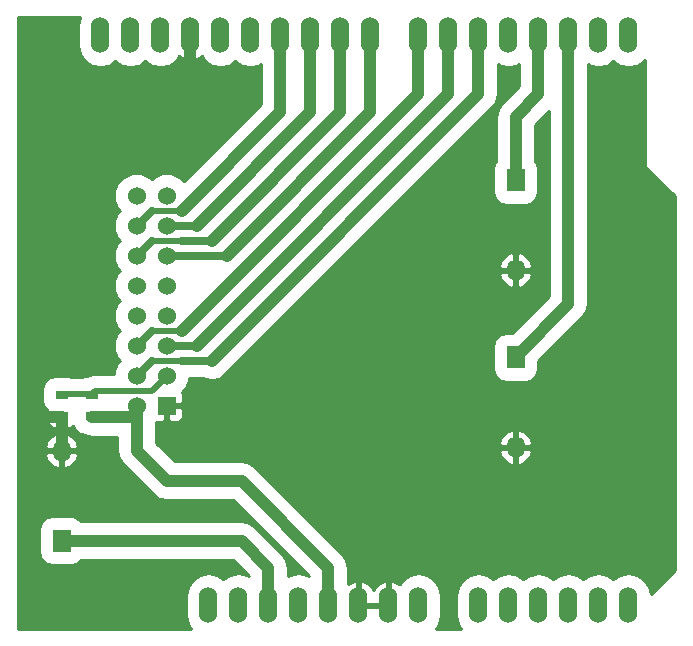
<source format=gbr>
G04 #@! TF.FileFunction,Copper,L1,Top,Signal*
%FSLAX46Y46*%
G04 Gerber Fmt 4.6, Leading zero omitted, Abs format (unit mm)*
G04 Created by KiCad (PCBNEW 0.201506012317+5694~23~ubuntu14.04.1-product) date Tue 02 Jun 2015 11:16:12 PM EEST*
%MOMM*%
G01*
G04 APERTURE LIST*
%ADD10C,0.100000*%
%ADD11O,1.524000X3.048000*%
%ADD12R,1.524000X1.524000*%
%ADD13C,1.524000*%
%ADD14R,1.000000X0.800000*%
%ADD15R,1.524000X1.824000*%
%ADD16O,1.524000X1.824000*%
%ADD17C,1.000000*%
%ADD18C,0.700000*%
%ADD19C,0.500000*%
%ADD20C,0.254000*%
G04 APERTURE END LIST*
D10*
D11*
X175000000Y-102000000D03*
X177540000Y-102000000D03*
X180080000Y-102000000D03*
X182620000Y-102000000D03*
X185160000Y-102000000D03*
X187700000Y-102000000D03*
X190240000Y-102000000D03*
X192780000Y-102000000D03*
X197860000Y-102000000D03*
X200400000Y-102000000D03*
X202940000Y-102000000D03*
X205480000Y-102000000D03*
X208020000Y-102000000D03*
X210560000Y-102000000D03*
X210560000Y-53740000D03*
X208020000Y-53740000D03*
X205480000Y-53740000D03*
X202940000Y-53740000D03*
X200400000Y-53740000D03*
X197860000Y-53740000D03*
X195320000Y-53740000D03*
X192780000Y-53740000D03*
X188716000Y-53740000D03*
X186176000Y-53740000D03*
X183636000Y-53740000D03*
X181096000Y-53740000D03*
X178556000Y-53740000D03*
X176016000Y-53740000D03*
X173476000Y-53740000D03*
X170936000Y-53740000D03*
X168396000Y-53740000D03*
X165856000Y-53740000D03*
D12*
X171450000Y-85090000D03*
D13*
X168910000Y-85090000D03*
X171450000Y-82550000D03*
X168910000Y-82550000D03*
X171450000Y-80010000D03*
X168910000Y-80010000D03*
X171450000Y-77470000D03*
X168910000Y-77470000D03*
X171450000Y-74930000D03*
X168910000Y-74930000D03*
X171450000Y-72390000D03*
X168910000Y-72390000D03*
X171450000Y-69850000D03*
X168910000Y-69850000D03*
X171450000Y-67310000D03*
X168910000Y-67310000D03*
D14*
X165100000Y-85990000D03*
X165100000Y-84190000D03*
X162560000Y-84190000D03*
X162560000Y-85990000D03*
D15*
X162560000Y-96520000D03*
D16*
X162560000Y-88900000D03*
D15*
X201000000Y-81000000D03*
D16*
X201000000Y-88620000D03*
D15*
X201000000Y-66000000D03*
D16*
X201000000Y-73620000D03*
D17*
X173476000Y-53740000D02*
X173476000Y-57664000D01*
X161020000Y-86090000D02*
X162560000Y-86090000D01*
X160020000Y-85090000D02*
X161020000Y-86090000D01*
X160020000Y-71120000D02*
X160020000Y-85090000D01*
X173476000Y-57664000D02*
X160020000Y-71120000D01*
X162560000Y-88900000D02*
X162560000Y-86090000D01*
D18*
X175260000Y-81280000D02*
X172720000Y-81280000D01*
D19*
X170180000Y-81280000D02*
X172720000Y-81280000D01*
D17*
X175260000Y-81280000D02*
X197860000Y-58680000D01*
X197860000Y-53740000D02*
X197860000Y-58680000D01*
D18*
X170180000Y-81280000D02*
X168910000Y-82550000D01*
X171450000Y-80010000D02*
X173990000Y-80010000D01*
D17*
X173990000Y-80010000D02*
X195320000Y-58680000D01*
X195320000Y-58680000D02*
X195320000Y-53740000D01*
D18*
X168910000Y-80010000D02*
X170180000Y-78740000D01*
D17*
X192780000Y-58680000D02*
X192780000Y-53740000D01*
X172720000Y-78740000D02*
X192780000Y-58680000D01*
D19*
X170180000Y-78740000D02*
X172720000Y-78740000D01*
D18*
X171450000Y-72390000D02*
X176530000Y-72390000D01*
D17*
X188716000Y-60204000D02*
X188716000Y-53740000D01*
X176530000Y-72390000D02*
X188716000Y-60204000D01*
D18*
X175260000Y-71120000D02*
X172720000Y-71120000D01*
D19*
X170180000Y-71120000D02*
X172720000Y-71120000D01*
D17*
X175260000Y-71120000D02*
X186176000Y-60204000D01*
X186176000Y-53740000D02*
X186176000Y-60204000D01*
D18*
X170180000Y-71120000D02*
X168910000Y-72390000D01*
X171450000Y-69850000D02*
X173990000Y-69850000D01*
D17*
X173990000Y-69850000D02*
X183636000Y-60204000D01*
X183636000Y-60204000D02*
X183636000Y-53740000D01*
D18*
X168910000Y-69850000D02*
X170180000Y-68580000D01*
D17*
X181096000Y-60204000D02*
X181096000Y-53740000D01*
X172720000Y-68580000D02*
X181096000Y-60204000D01*
D19*
X170180000Y-68580000D02*
X172720000Y-68580000D01*
D17*
X165100000Y-86090000D02*
X168910000Y-86090000D01*
X168910000Y-86090000D02*
X168910000Y-86360000D01*
X185160000Y-102000000D02*
X185160000Y-98800000D01*
X168910000Y-88900000D02*
X168910000Y-86360000D01*
X168910000Y-86360000D02*
X168910000Y-85090000D01*
X171450000Y-91440000D02*
X168910000Y-88900000D01*
X177800000Y-91440000D02*
X171450000Y-91440000D01*
X185160000Y-98800000D02*
X177800000Y-91440000D01*
X162560000Y-96520000D02*
X177800000Y-96520000D01*
X180080000Y-98800000D02*
X180080000Y-102000000D01*
X177800000Y-96520000D02*
X180080000Y-98800000D01*
X201000000Y-81000000D02*
X201000000Y-80940000D01*
X201000000Y-80940000D02*
X205480000Y-76460000D01*
X205480000Y-76460000D02*
X205480000Y-53740000D01*
X201000000Y-66000000D02*
X201000000Y-60620000D01*
X202940000Y-58680000D02*
X202940000Y-53740000D01*
X201000000Y-60620000D02*
X202940000Y-58680000D01*
D19*
X171450000Y-82550000D02*
X170180000Y-83820000D01*
X170180000Y-83820000D02*
X165370000Y-83820000D01*
X165370000Y-83820000D02*
X165100000Y-84090000D01*
X162560000Y-84090000D02*
X165100000Y-84090000D01*
D20*
G36*
X183517000Y-99538005D02*
X183349012Y-99425759D01*
X182620000Y-99280750D01*
X181890988Y-99425759D01*
X181723000Y-99538005D01*
X181723000Y-98800000D01*
X181597934Y-98171251D01*
X181241776Y-97638224D01*
X178961776Y-95358224D01*
X178428749Y-95002066D01*
X177800000Y-94877000D01*
X164208932Y-94877000D01*
X164151212Y-94789131D01*
X163944429Y-94649550D01*
X163944429Y-89245985D01*
X163944429Y-88554015D01*
X163764045Y-88039135D01*
X163400356Y-87632478D01*
X162908731Y-87395954D01*
X162903070Y-87395780D01*
X162687000Y-87518280D01*
X162687000Y-88773000D01*
X163799293Y-88773000D01*
X163944429Y-88554015D01*
X163944429Y-89245985D01*
X163799293Y-89027000D01*
X162687000Y-89027000D01*
X162687000Y-90281720D01*
X162903070Y-90404220D01*
X162908731Y-90404046D01*
X163400356Y-90167522D01*
X163764045Y-89760865D01*
X163944429Y-89245985D01*
X163944429Y-94649550D01*
X163771353Y-94532722D01*
X163322000Y-94442607D01*
X162433000Y-94442607D01*
X162433000Y-90281720D01*
X162433000Y-89027000D01*
X162433000Y-88773000D01*
X162433000Y-87518280D01*
X162433000Y-86866250D01*
X162433000Y-86117000D01*
X161583750Y-86117000D01*
X161425000Y-86275750D01*
X161425000Y-86516309D01*
X161521673Y-86749698D01*
X161700301Y-86928327D01*
X161933690Y-87025000D01*
X162186309Y-87025000D01*
X162274250Y-87025000D01*
X162433000Y-86866250D01*
X162433000Y-87518280D01*
X162216930Y-87395780D01*
X162211269Y-87395954D01*
X161719644Y-87632478D01*
X161355955Y-88039135D01*
X161175571Y-88554015D01*
X161320707Y-88773000D01*
X162433000Y-88773000D01*
X162433000Y-89027000D01*
X161320707Y-89027000D01*
X161175571Y-89245985D01*
X161355955Y-89760865D01*
X161719644Y-90167522D01*
X162211269Y-90404046D01*
X162216930Y-90404220D01*
X162433000Y-90281720D01*
X162433000Y-94442607D01*
X161798000Y-94442607D01*
X161362178Y-94527167D01*
X160979131Y-94778788D01*
X160722722Y-95158647D01*
X160632607Y-95608000D01*
X160632607Y-97432000D01*
X160717167Y-97867822D01*
X160968788Y-98250869D01*
X161348647Y-98507278D01*
X161798000Y-98597393D01*
X163322000Y-98597393D01*
X163757822Y-98512833D01*
X164140869Y-98261212D01*
X164207163Y-98163000D01*
X177119448Y-98163000D01*
X178437000Y-99480552D01*
X178437000Y-99538005D01*
X178269012Y-99425759D01*
X177540000Y-99280750D01*
X176810988Y-99425759D01*
X176270000Y-99787236D01*
X175729012Y-99425759D01*
X175000000Y-99280750D01*
X174270988Y-99425759D01*
X173652962Y-99838712D01*
X173240009Y-100456738D01*
X173095000Y-101185750D01*
X173095000Y-102814250D01*
X173240009Y-103543262D01*
X173553878Y-104013000D01*
X158877000Y-104013000D01*
X158877000Y-52197000D01*
X164095956Y-52197000D01*
X163951000Y-52925750D01*
X163951000Y-54554250D01*
X164096009Y-55283262D01*
X164508962Y-55901288D01*
X165126988Y-56314241D01*
X165856000Y-56459250D01*
X166585012Y-56314241D01*
X167126000Y-55952763D01*
X167666988Y-56314241D01*
X168396000Y-56459250D01*
X169125012Y-56314241D01*
X169666000Y-55952763D01*
X170206988Y-56314241D01*
X170936000Y-56459250D01*
X171665012Y-56314241D01*
X172283038Y-55901288D01*
X172534175Y-55525435D01*
X172577974Y-55579630D01*
X173058723Y-55841260D01*
X173132930Y-55856220D01*
X173349000Y-55733720D01*
X173349000Y-53867000D01*
X173329000Y-53867000D01*
X173329000Y-53613000D01*
X173349000Y-53613000D01*
X173349000Y-53593000D01*
X173603000Y-53593000D01*
X173603000Y-53613000D01*
X173623000Y-53613000D01*
X173623000Y-53867000D01*
X173603000Y-53867000D01*
X173603000Y-55733720D01*
X173819070Y-55856220D01*
X173893277Y-55841260D01*
X174374026Y-55579630D01*
X174417824Y-55525435D01*
X174668962Y-55901288D01*
X175286988Y-56314241D01*
X176016000Y-56459250D01*
X176745012Y-56314241D01*
X177286000Y-55952763D01*
X177826988Y-56314241D01*
X178556000Y-56459250D01*
X179285012Y-56314241D01*
X179453000Y-56201994D01*
X179453000Y-59523447D01*
X172905168Y-66071279D01*
X172530505Y-65695961D01*
X171830590Y-65405332D01*
X171072735Y-65404670D01*
X170372314Y-65694078D01*
X170180134Y-65885922D01*
X169990505Y-65695961D01*
X169290590Y-65405332D01*
X168532735Y-65404670D01*
X167832314Y-65694078D01*
X167295961Y-66229495D01*
X167005332Y-66929410D01*
X167004670Y-67687265D01*
X167294078Y-68387686D01*
X167485922Y-68579865D01*
X167295961Y-68769495D01*
X167005332Y-69469410D01*
X167004670Y-70227265D01*
X167294078Y-70927686D01*
X167485922Y-71119865D01*
X167295961Y-71309495D01*
X167005332Y-72009410D01*
X167004670Y-72767265D01*
X167294078Y-73467686D01*
X167485922Y-73659865D01*
X167295961Y-73849495D01*
X167005332Y-74549410D01*
X167004670Y-75307265D01*
X167294078Y-76007686D01*
X167485922Y-76199865D01*
X167295961Y-76389495D01*
X167005332Y-77089410D01*
X167004670Y-77847265D01*
X167294078Y-78547686D01*
X167485922Y-78739865D01*
X167295961Y-78929495D01*
X167005332Y-79629410D01*
X167004670Y-80387265D01*
X167294078Y-81087686D01*
X167485922Y-81279865D01*
X167295961Y-81469495D01*
X167005332Y-82169410D01*
X167005106Y-82427000D01*
X165370005Y-82427000D01*
X165370000Y-82426999D01*
X164836922Y-82533036D01*
X164699876Y-82624607D01*
X164600000Y-82624607D01*
X164226886Y-82697000D01*
X163420983Y-82697000D01*
X163060000Y-82624607D01*
X162060000Y-82624607D01*
X161624178Y-82709167D01*
X161241131Y-82960788D01*
X160984722Y-83340647D01*
X160894607Y-83790000D01*
X160894607Y-84590000D01*
X160979167Y-85025822D01*
X161230788Y-85408869D01*
X161425000Y-85539964D01*
X161425000Y-85704250D01*
X161583750Y-85863000D01*
X162433000Y-85863000D01*
X162433000Y-85843000D01*
X162687000Y-85843000D01*
X162687000Y-85863000D01*
X162707000Y-85863000D01*
X162707000Y-86117000D01*
X162687000Y-86117000D01*
X162687000Y-86866250D01*
X162845750Y-87025000D01*
X162933691Y-87025000D01*
X163186310Y-87025000D01*
X163419699Y-86928327D01*
X163520370Y-86827654D01*
X163770788Y-87208869D01*
X164150647Y-87465278D01*
X164303683Y-87495968D01*
X164471251Y-87607934D01*
X165100000Y-87733000D01*
X167267000Y-87733000D01*
X167267000Y-88900000D01*
X167392066Y-89528749D01*
X167748224Y-90061776D01*
X170288223Y-92601776D01*
X170288224Y-92601776D01*
X170821251Y-92957934D01*
X171450000Y-93083000D01*
X177119447Y-93083000D01*
X183517000Y-99480552D01*
X183517000Y-99538005D01*
X183517000Y-99538005D01*
G37*
X183517000Y-99538005D02*
X183349012Y-99425759D01*
X182620000Y-99280750D01*
X181890988Y-99425759D01*
X181723000Y-99538005D01*
X181723000Y-98800000D01*
X181597934Y-98171251D01*
X181241776Y-97638224D01*
X178961776Y-95358224D01*
X178428749Y-95002066D01*
X177800000Y-94877000D01*
X164208932Y-94877000D01*
X164151212Y-94789131D01*
X163944429Y-94649550D01*
X163944429Y-89245985D01*
X163944429Y-88554015D01*
X163764045Y-88039135D01*
X163400356Y-87632478D01*
X162908731Y-87395954D01*
X162903070Y-87395780D01*
X162687000Y-87518280D01*
X162687000Y-88773000D01*
X163799293Y-88773000D01*
X163944429Y-88554015D01*
X163944429Y-89245985D01*
X163799293Y-89027000D01*
X162687000Y-89027000D01*
X162687000Y-90281720D01*
X162903070Y-90404220D01*
X162908731Y-90404046D01*
X163400356Y-90167522D01*
X163764045Y-89760865D01*
X163944429Y-89245985D01*
X163944429Y-94649550D01*
X163771353Y-94532722D01*
X163322000Y-94442607D01*
X162433000Y-94442607D01*
X162433000Y-90281720D01*
X162433000Y-89027000D01*
X162433000Y-88773000D01*
X162433000Y-87518280D01*
X162433000Y-86866250D01*
X162433000Y-86117000D01*
X161583750Y-86117000D01*
X161425000Y-86275750D01*
X161425000Y-86516309D01*
X161521673Y-86749698D01*
X161700301Y-86928327D01*
X161933690Y-87025000D01*
X162186309Y-87025000D01*
X162274250Y-87025000D01*
X162433000Y-86866250D01*
X162433000Y-87518280D01*
X162216930Y-87395780D01*
X162211269Y-87395954D01*
X161719644Y-87632478D01*
X161355955Y-88039135D01*
X161175571Y-88554015D01*
X161320707Y-88773000D01*
X162433000Y-88773000D01*
X162433000Y-89027000D01*
X161320707Y-89027000D01*
X161175571Y-89245985D01*
X161355955Y-89760865D01*
X161719644Y-90167522D01*
X162211269Y-90404046D01*
X162216930Y-90404220D01*
X162433000Y-90281720D01*
X162433000Y-94442607D01*
X161798000Y-94442607D01*
X161362178Y-94527167D01*
X160979131Y-94778788D01*
X160722722Y-95158647D01*
X160632607Y-95608000D01*
X160632607Y-97432000D01*
X160717167Y-97867822D01*
X160968788Y-98250869D01*
X161348647Y-98507278D01*
X161798000Y-98597393D01*
X163322000Y-98597393D01*
X163757822Y-98512833D01*
X164140869Y-98261212D01*
X164207163Y-98163000D01*
X177119448Y-98163000D01*
X178437000Y-99480552D01*
X178437000Y-99538005D01*
X178269012Y-99425759D01*
X177540000Y-99280750D01*
X176810988Y-99425759D01*
X176270000Y-99787236D01*
X175729012Y-99425759D01*
X175000000Y-99280750D01*
X174270988Y-99425759D01*
X173652962Y-99838712D01*
X173240009Y-100456738D01*
X173095000Y-101185750D01*
X173095000Y-102814250D01*
X173240009Y-103543262D01*
X173553878Y-104013000D01*
X158877000Y-104013000D01*
X158877000Y-52197000D01*
X164095956Y-52197000D01*
X163951000Y-52925750D01*
X163951000Y-54554250D01*
X164096009Y-55283262D01*
X164508962Y-55901288D01*
X165126988Y-56314241D01*
X165856000Y-56459250D01*
X166585012Y-56314241D01*
X167126000Y-55952763D01*
X167666988Y-56314241D01*
X168396000Y-56459250D01*
X169125012Y-56314241D01*
X169666000Y-55952763D01*
X170206988Y-56314241D01*
X170936000Y-56459250D01*
X171665012Y-56314241D01*
X172283038Y-55901288D01*
X172534175Y-55525435D01*
X172577974Y-55579630D01*
X173058723Y-55841260D01*
X173132930Y-55856220D01*
X173349000Y-55733720D01*
X173349000Y-53867000D01*
X173329000Y-53867000D01*
X173329000Y-53613000D01*
X173349000Y-53613000D01*
X173349000Y-53593000D01*
X173603000Y-53593000D01*
X173603000Y-53613000D01*
X173623000Y-53613000D01*
X173623000Y-53867000D01*
X173603000Y-53867000D01*
X173603000Y-55733720D01*
X173819070Y-55856220D01*
X173893277Y-55841260D01*
X174374026Y-55579630D01*
X174417824Y-55525435D01*
X174668962Y-55901288D01*
X175286988Y-56314241D01*
X176016000Y-56459250D01*
X176745012Y-56314241D01*
X177286000Y-55952763D01*
X177826988Y-56314241D01*
X178556000Y-56459250D01*
X179285012Y-56314241D01*
X179453000Y-56201994D01*
X179453000Y-59523447D01*
X172905168Y-66071279D01*
X172530505Y-65695961D01*
X171830590Y-65405332D01*
X171072735Y-65404670D01*
X170372314Y-65694078D01*
X170180134Y-65885922D01*
X169990505Y-65695961D01*
X169290590Y-65405332D01*
X168532735Y-65404670D01*
X167832314Y-65694078D01*
X167295961Y-66229495D01*
X167005332Y-66929410D01*
X167004670Y-67687265D01*
X167294078Y-68387686D01*
X167485922Y-68579865D01*
X167295961Y-68769495D01*
X167005332Y-69469410D01*
X167004670Y-70227265D01*
X167294078Y-70927686D01*
X167485922Y-71119865D01*
X167295961Y-71309495D01*
X167005332Y-72009410D01*
X167004670Y-72767265D01*
X167294078Y-73467686D01*
X167485922Y-73659865D01*
X167295961Y-73849495D01*
X167005332Y-74549410D01*
X167004670Y-75307265D01*
X167294078Y-76007686D01*
X167485922Y-76199865D01*
X167295961Y-76389495D01*
X167005332Y-77089410D01*
X167004670Y-77847265D01*
X167294078Y-78547686D01*
X167485922Y-78739865D01*
X167295961Y-78929495D01*
X167005332Y-79629410D01*
X167004670Y-80387265D01*
X167294078Y-81087686D01*
X167485922Y-81279865D01*
X167295961Y-81469495D01*
X167005332Y-82169410D01*
X167005106Y-82427000D01*
X165370005Y-82427000D01*
X165370000Y-82426999D01*
X164836922Y-82533036D01*
X164699876Y-82624607D01*
X164600000Y-82624607D01*
X164226886Y-82697000D01*
X163420983Y-82697000D01*
X163060000Y-82624607D01*
X162060000Y-82624607D01*
X161624178Y-82709167D01*
X161241131Y-82960788D01*
X160984722Y-83340647D01*
X160894607Y-83790000D01*
X160894607Y-84590000D01*
X160979167Y-85025822D01*
X161230788Y-85408869D01*
X161425000Y-85539964D01*
X161425000Y-85704250D01*
X161583750Y-85863000D01*
X162433000Y-85863000D01*
X162433000Y-85843000D01*
X162687000Y-85843000D01*
X162687000Y-85863000D01*
X162707000Y-85863000D01*
X162707000Y-86117000D01*
X162687000Y-86117000D01*
X162687000Y-86866250D01*
X162845750Y-87025000D01*
X162933691Y-87025000D01*
X163186310Y-87025000D01*
X163419699Y-86928327D01*
X163520370Y-86827654D01*
X163770788Y-87208869D01*
X164150647Y-87465278D01*
X164303683Y-87495968D01*
X164471251Y-87607934D01*
X165100000Y-87733000D01*
X167267000Y-87733000D01*
X167267000Y-88900000D01*
X167392066Y-89528749D01*
X167748224Y-90061776D01*
X170288223Y-92601776D01*
X170288224Y-92601776D01*
X170821251Y-92957934D01*
X171450000Y-93083000D01*
X177119447Y-93083000D01*
X183517000Y-99480552D01*
X183517000Y-99538005D01*
G36*
X214503000Y-99007394D02*
X212441713Y-101068680D01*
X212319991Y-100456738D01*
X211907038Y-99838712D01*
X211289012Y-99425759D01*
X210560000Y-99280750D01*
X209830988Y-99425759D01*
X209290000Y-99787236D01*
X208749012Y-99425759D01*
X208020000Y-99280750D01*
X207290988Y-99425759D01*
X206750000Y-99787236D01*
X206209012Y-99425759D01*
X205480000Y-99280750D01*
X204750988Y-99425759D01*
X204210000Y-99787236D01*
X203669012Y-99425759D01*
X202940000Y-99280750D01*
X202384429Y-99391259D01*
X202384429Y-88965985D01*
X202384429Y-88274015D01*
X202204045Y-87759135D01*
X201840356Y-87352478D01*
X201348731Y-87115954D01*
X201343070Y-87115780D01*
X201127000Y-87238280D01*
X201127000Y-88493000D01*
X202239293Y-88493000D01*
X202384429Y-88274015D01*
X202384429Y-88965985D01*
X202239293Y-88747000D01*
X201127000Y-88747000D01*
X201127000Y-90001720D01*
X201343070Y-90124220D01*
X201348731Y-90124046D01*
X201840356Y-89887522D01*
X202204045Y-89480865D01*
X202384429Y-88965985D01*
X202384429Y-99391259D01*
X202210988Y-99425759D01*
X201670000Y-99787236D01*
X201129012Y-99425759D01*
X200873000Y-99374835D01*
X200873000Y-90001720D01*
X200873000Y-88747000D01*
X200873000Y-88493000D01*
X200873000Y-87238280D01*
X200656930Y-87115780D01*
X200651269Y-87115954D01*
X200159644Y-87352478D01*
X199795955Y-87759135D01*
X199615571Y-88274015D01*
X199760707Y-88493000D01*
X200873000Y-88493000D01*
X200873000Y-88747000D01*
X199760707Y-88747000D01*
X199615571Y-88965985D01*
X199795955Y-89480865D01*
X200159644Y-89887522D01*
X200651269Y-90124046D01*
X200656930Y-90124220D01*
X200873000Y-90001720D01*
X200873000Y-99374835D01*
X200400000Y-99280750D01*
X199670988Y-99425759D01*
X199130000Y-99787236D01*
X198589012Y-99425759D01*
X197860000Y-99280750D01*
X197130988Y-99425759D01*
X196512962Y-99838712D01*
X196100009Y-100456738D01*
X195955000Y-101185750D01*
X195955000Y-102814250D01*
X196100009Y-103543262D01*
X196413878Y-104013000D01*
X194226121Y-104013000D01*
X194539991Y-103543262D01*
X194685000Y-102814250D01*
X194685000Y-101185750D01*
X194539991Y-100456738D01*
X194127038Y-99838712D01*
X193509012Y-99425759D01*
X192780000Y-99280750D01*
X192050988Y-99425759D01*
X191432962Y-99838712D01*
X191181824Y-100214564D01*
X191138026Y-100160370D01*
X190657277Y-99898740D01*
X190583070Y-99883780D01*
X190367000Y-100006280D01*
X190367000Y-101873000D01*
X190387000Y-101873000D01*
X190387000Y-102127000D01*
X190367000Y-102127000D01*
X190367000Y-102147000D01*
X190113000Y-102147000D01*
X190113000Y-102127000D01*
X190113000Y-101873000D01*
X190113000Y-100006280D01*
X189896930Y-99883780D01*
X189822723Y-99898740D01*
X189341974Y-100160370D01*
X188997941Y-100586059D01*
X188970000Y-100680723D01*
X188942059Y-100586059D01*
X188598026Y-100160370D01*
X188117277Y-99898740D01*
X188043070Y-99883780D01*
X187827000Y-100006280D01*
X187827000Y-101873000D01*
X188843000Y-101873000D01*
X189097000Y-101873000D01*
X190113000Y-101873000D01*
X190113000Y-102127000D01*
X189097000Y-102127000D01*
X188843000Y-102127000D01*
X187827000Y-102127000D01*
X187827000Y-102147000D01*
X187573000Y-102147000D01*
X187573000Y-102127000D01*
X187553000Y-102127000D01*
X187553000Y-101873000D01*
X187573000Y-101873000D01*
X187573000Y-100006280D01*
X187356930Y-99883780D01*
X187282723Y-99898740D01*
X186803000Y-100159811D01*
X186803000Y-98800000D01*
X186677934Y-98171251D01*
X186321777Y-97638224D01*
X178961776Y-90278224D01*
X178428749Y-89922066D01*
X177800000Y-89797000D01*
X172847000Y-89797000D01*
X172847000Y-85978309D01*
X172847000Y-85375750D01*
X172688250Y-85217000D01*
X171577000Y-85217000D01*
X171577000Y-86328250D01*
X171735750Y-86487000D01*
X172085691Y-86487000D01*
X172338310Y-86487000D01*
X172571699Y-86390327D01*
X172750327Y-86211698D01*
X172847000Y-85978309D01*
X172847000Y-89797000D01*
X172130552Y-89797000D01*
X170553000Y-88219447D01*
X170553000Y-86483400D01*
X170561690Y-86487000D01*
X170814309Y-86487000D01*
X171164250Y-86487000D01*
X171323000Y-86328250D01*
X171323000Y-85217000D01*
X171303000Y-85217000D01*
X171303000Y-84963000D01*
X171323000Y-84963000D01*
X171323000Y-84943000D01*
X171577000Y-84943000D01*
X171577000Y-84963000D01*
X172688250Y-84963000D01*
X172847000Y-84804250D01*
X172847000Y-84201691D01*
X172750327Y-83968302D01*
X172738000Y-83955974D01*
X173064039Y-83630505D01*
X173354668Y-82930590D01*
X173354805Y-82773000D01*
X174593934Y-82773000D01*
X174631251Y-82797934D01*
X175260000Y-82922999D01*
X175888749Y-82797934D01*
X176421776Y-82441776D01*
X199021776Y-59841776D01*
X199021777Y-59841776D01*
X199235277Y-59522249D01*
X199377934Y-59308749D01*
X199377934Y-59308748D01*
X199503000Y-58680000D01*
X199503000Y-56201994D01*
X199670988Y-56314241D01*
X200400000Y-56459250D01*
X201129012Y-56314241D01*
X201297000Y-56201994D01*
X201297000Y-57999447D01*
X199838224Y-59458224D01*
X199482066Y-59991251D01*
X199357000Y-60620000D01*
X199357000Y-64350832D01*
X199162722Y-64638647D01*
X199072607Y-65088000D01*
X199072607Y-66912000D01*
X199157167Y-67347822D01*
X199408788Y-67730869D01*
X199788647Y-67987278D01*
X200238000Y-68077393D01*
X201762000Y-68077393D01*
X202197822Y-67992833D01*
X202580869Y-67741212D01*
X202837278Y-67361353D01*
X202927393Y-66912000D01*
X202927393Y-65088000D01*
X202842833Y-64652178D01*
X202643000Y-64347968D01*
X202643000Y-61300552D01*
X203837000Y-60106552D01*
X203837000Y-75779447D01*
X202384429Y-77232018D01*
X202384429Y-73965985D01*
X202384429Y-73274015D01*
X202204045Y-72759135D01*
X201840356Y-72352478D01*
X201348731Y-72115954D01*
X201343070Y-72115780D01*
X201127000Y-72238280D01*
X201127000Y-73493000D01*
X202239293Y-73493000D01*
X202384429Y-73274015D01*
X202384429Y-73965985D01*
X202239293Y-73747000D01*
X201127000Y-73747000D01*
X201127000Y-75001720D01*
X201343070Y-75124220D01*
X201348731Y-75124046D01*
X201840356Y-74887522D01*
X202204045Y-74480865D01*
X202384429Y-73965985D01*
X202384429Y-77232018D01*
X200873000Y-78743447D01*
X200873000Y-75001720D01*
X200873000Y-73747000D01*
X200873000Y-73493000D01*
X200873000Y-72238280D01*
X200656930Y-72115780D01*
X200651269Y-72115954D01*
X200159644Y-72352478D01*
X199795955Y-72759135D01*
X199615571Y-73274015D01*
X199760707Y-73493000D01*
X200873000Y-73493000D01*
X200873000Y-73747000D01*
X199760707Y-73747000D01*
X199615571Y-73965985D01*
X199795955Y-74480865D01*
X200159644Y-74887522D01*
X200651269Y-75124046D01*
X200656930Y-75124220D01*
X200873000Y-75001720D01*
X200873000Y-78743447D01*
X200693840Y-78922607D01*
X200238000Y-78922607D01*
X199802178Y-79007167D01*
X199419131Y-79258788D01*
X199162722Y-79638647D01*
X199072607Y-80088000D01*
X199072607Y-81912000D01*
X199157167Y-82347822D01*
X199408788Y-82730869D01*
X199788647Y-82987278D01*
X200238000Y-83077393D01*
X201762000Y-83077393D01*
X202197822Y-82992833D01*
X202580869Y-82741212D01*
X202837278Y-82361353D01*
X202927393Y-81912000D01*
X202927393Y-81336159D01*
X206641776Y-77621776D01*
X206641777Y-77621776D01*
X206997934Y-77088749D01*
X207123000Y-76460000D01*
X207123000Y-56201994D01*
X207290988Y-56314241D01*
X208020000Y-56459250D01*
X208749012Y-56314241D01*
X209290000Y-55952763D01*
X209830988Y-56314241D01*
X210560000Y-56459250D01*
X211289012Y-56314241D01*
X211907038Y-55901288D01*
X211963000Y-55817535D01*
X211963000Y-64769994D01*
X211962999Y-64770000D01*
X211972667Y-64818601D01*
X212000197Y-64859803D01*
X214503000Y-67362605D01*
X214503000Y-99007394D01*
X214503000Y-99007394D01*
G37*
X214503000Y-99007394D02*
X212441713Y-101068680D01*
X212319991Y-100456738D01*
X211907038Y-99838712D01*
X211289012Y-99425759D01*
X210560000Y-99280750D01*
X209830988Y-99425759D01*
X209290000Y-99787236D01*
X208749012Y-99425759D01*
X208020000Y-99280750D01*
X207290988Y-99425759D01*
X206750000Y-99787236D01*
X206209012Y-99425759D01*
X205480000Y-99280750D01*
X204750988Y-99425759D01*
X204210000Y-99787236D01*
X203669012Y-99425759D01*
X202940000Y-99280750D01*
X202384429Y-99391259D01*
X202384429Y-88965985D01*
X202384429Y-88274015D01*
X202204045Y-87759135D01*
X201840356Y-87352478D01*
X201348731Y-87115954D01*
X201343070Y-87115780D01*
X201127000Y-87238280D01*
X201127000Y-88493000D01*
X202239293Y-88493000D01*
X202384429Y-88274015D01*
X202384429Y-88965985D01*
X202239293Y-88747000D01*
X201127000Y-88747000D01*
X201127000Y-90001720D01*
X201343070Y-90124220D01*
X201348731Y-90124046D01*
X201840356Y-89887522D01*
X202204045Y-89480865D01*
X202384429Y-88965985D01*
X202384429Y-99391259D01*
X202210988Y-99425759D01*
X201670000Y-99787236D01*
X201129012Y-99425759D01*
X200873000Y-99374835D01*
X200873000Y-90001720D01*
X200873000Y-88747000D01*
X200873000Y-88493000D01*
X200873000Y-87238280D01*
X200656930Y-87115780D01*
X200651269Y-87115954D01*
X200159644Y-87352478D01*
X199795955Y-87759135D01*
X199615571Y-88274015D01*
X199760707Y-88493000D01*
X200873000Y-88493000D01*
X200873000Y-88747000D01*
X199760707Y-88747000D01*
X199615571Y-88965985D01*
X199795955Y-89480865D01*
X200159644Y-89887522D01*
X200651269Y-90124046D01*
X200656930Y-90124220D01*
X200873000Y-90001720D01*
X200873000Y-99374835D01*
X200400000Y-99280750D01*
X199670988Y-99425759D01*
X199130000Y-99787236D01*
X198589012Y-99425759D01*
X197860000Y-99280750D01*
X197130988Y-99425759D01*
X196512962Y-99838712D01*
X196100009Y-100456738D01*
X195955000Y-101185750D01*
X195955000Y-102814250D01*
X196100009Y-103543262D01*
X196413878Y-104013000D01*
X194226121Y-104013000D01*
X194539991Y-103543262D01*
X194685000Y-102814250D01*
X194685000Y-101185750D01*
X194539991Y-100456738D01*
X194127038Y-99838712D01*
X193509012Y-99425759D01*
X192780000Y-99280750D01*
X192050988Y-99425759D01*
X191432962Y-99838712D01*
X191181824Y-100214564D01*
X191138026Y-100160370D01*
X190657277Y-99898740D01*
X190583070Y-99883780D01*
X190367000Y-100006280D01*
X190367000Y-101873000D01*
X190387000Y-101873000D01*
X190387000Y-102127000D01*
X190367000Y-102127000D01*
X190367000Y-102147000D01*
X190113000Y-102147000D01*
X190113000Y-102127000D01*
X190113000Y-101873000D01*
X190113000Y-100006280D01*
X189896930Y-99883780D01*
X189822723Y-99898740D01*
X189341974Y-100160370D01*
X188997941Y-100586059D01*
X188970000Y-100680723D01*
X188942059Y-100586059D01*
X188598026Y-100160370D01*
X188117277Y-99898740D01*
X188043070Y-99883780D01*
X187827000Y-100006280D01*
X187827000Y-101873000D01*
X188843000Y-101873000D01*
X189097000Y-101873000D01*
X190113000Y-101873000D01*
X190113000Y-102127000D01*
X189097000Y-102127000D01*
X188843000Y-102127000D01*
X187827000Y-102127000D01*
X187827000Y-102147000D01*
X187573000Y-102147000D01*
X187573000Y-102127000D01*
X187553000Y-102127000D01*
X187553000Y-101873000D01*
X187573000Y-101873000D01*
X187573000Y-100006280D01*
X187356930Y-99883780D01*
X187282723Y-99898740D01*
X186803000Y-100159811D01*
X186803000Y-98800000D01*
X186677934Y-98171251D01*
X186321777Y-97638224D01*
X178961776Y-90278224D01*
X178428749Y-89922066D01*
X177800000Y-89797000D01*
X172847000Y-89797000D01*
X172847000Y-85978309D01*
X172847000Y-85375750D01*
X172688250Y-85217000D01*
X171577000Y-85217000D01*
X171577000Y-86328250D01*
X171735750Y-86487000D01*
X172085691Y-86487000D01*
X172338310Y-86487000D01*
X172571699Y-86390327D01*
X172750327Y-86211698D01*
X172847000Y-85978309D01*
X172847000Y-89797000D01*
X172130552Y-89797000D01*
X170553000Y-88219447D01*
X170553000Y-86483400D01*
X170561690Y-86487000D01*
X170814309Y-86487000D01*
X171164250Y-86487000D01*
X171323000Y-86328250D01*
X171323000Y-85217000D01*
X171303000Y-85217000D01*
X171303000Y-84963000D01*
X171323000Y-84963000D01*
X171323000Y-84943000D01*
X171577000Y-84943000D01*
X171577000Y-84963000D01*
X172688250Y-84963000D01*
X172847000Y-84804250D01*
X172847000Y-84201691D01*
X172750327Y-83968302D01*
X172738000Y-83955974D01*
X173064039Y-83630505D01*
X173354668Y-82930590D01*
X173354805Y-82773000D01*
X174593934Y-82773000D01*
X174631251Y-82797934D01*
X175260000Y-82922999D01*
X175888749Y-82797934D01*
X176421776Y-82441776D01*
X199021776Y-59841776D01*
X199021777Y-59841776D01*
X199235277Y-59522249D01*
X199377934Y-59308749D01*
X199377934Y-59308748D01*
X199503000Y-58680000D01*
X199503000Y-56201994D01*
X199670988Y-56314241D01*
X200400000Y-56459250D01*
X201129012Y-56314241D01*
X201297000Y-56201994D01*
X201297000Y-57999447D01*
X199838224Y-59458224D01*
X199482066Y-59991251D01*
X199357000Y-60620000D01*
X199357000Y-64350832D01*
X199162722Y-64638647D01*
X199072607Y-65088000D01*
X199072607Y-66912000D01*
X199157167Y-67347822D01*
X199408788Y-67730869D01*
X199788647Y-67987278D01*
X200238000Y-68077393D01*
X201762000Y-68077393D01*
X202197822Y-67992833D01*
X202580869Y-67741212D01*
X202837278Y-67361353D01*
X202927393Y-66912000D01*
X202927393Y-65088000D01*
X202842833Y-64652178D01*
X202643000Y-64347968D01*
X202643000Y-61300552D01*
X203837000Y-60106552D01*
X203837000Y-75779447D01*
X202384429Y-77232018D01*
X202384429Y-73965985D01*
X202384429Y-73274015D01*
X202204045Y-72759135D01*
X201840356Y-72352478D01*
X201348731Y-72115954D01*
X201343070Y-72115780D01*
X201127000Y-72238280D01*
X201127000Y-73493000D01*
X202239293Y-73493000D01*
X202384429Y-73274015D01*
X202384429Y-73965985D01*
X202239293Y-73747000D01*
X201127000Y-73747000D01*
X201127000Y-75001720D01*
X201343070Y-75124220D01*
X201348731Y-75124046D01*
X201840356Y-74887522D01*
X202204045Y-74480865D01*
X202384429Y-73965985D01*
X202384429Y-77232018D01*
X200873000Y-78743447D01*
X200873000Y-75001720D01*
X200873000Y-73747000D01*
X200873000Y-73493000D01*
X200873000Y-72238280D01*
X200656930Y-72115780D01*
X200651269Y-72115954D01*
X200159644Y-72352478D01*
X199795955Y-72759135D01*
X199615571Y-73274015D01*
X199760707Y-73493000D01*
X200873000Y-73493000D01*
X200873000Y-73747000D01*
X199760707Y-73747000D01*
X199615571Y-73965985D01*
X199795955Y-74480865D01*
X200159644Y-74887522D01*
X200651269Y-75124046D01*
X200656930Y-75124220D01*
X200873000Y-75001720D01*
X200873000Y-78743447D01*
X200693840Y-78922607D01*
X200238000Y-78922607D01*
X199802178Y-79007167D01*
X199419131Y-79258788D01*
X199162722Y-79638647D01*
X199072607Y-80088000D01*
X199072607Y-81912000D01*
X199157167Y-82347822D01*
X199408788Y-82730869D01*
X199788647Y-82987278D01*
X200238000Y-83077393D01*
X201762000Y-83077393D01*
X202197822Y-82992833D01*
X202580869Y-82741212D01*
X202837278Y-82361353D01*
X202927393Y-81912000D01*
X202927393Y-81336159D01*
X206641776Y-77621776D01*
X206641777Y-77621776D01*
X206997934Y-77088749D01*
X207123000Y-76460000D01*
X207123000Y-56201994D01*
X207290988Y-56314241D01*
X208020000Y-56459250D01*
X208749012Y-56314241D01*
X209290000Y-55952763D01*
X209830988Y-56314241D01*
X210560000Y-56459250D01*
X211289012Y-56314241D01*
X211907038Y-55901288D01*
X211963000Y-55817535D01*
X211963000Y-64769994D01*
X211962999Y-64770000D01*
X211972667Y-64818601D01*
X212000197Y-64859803D01*
X214503000Y-67362605D01*
X214503000Y-99007394D01*
M02*

</source>
